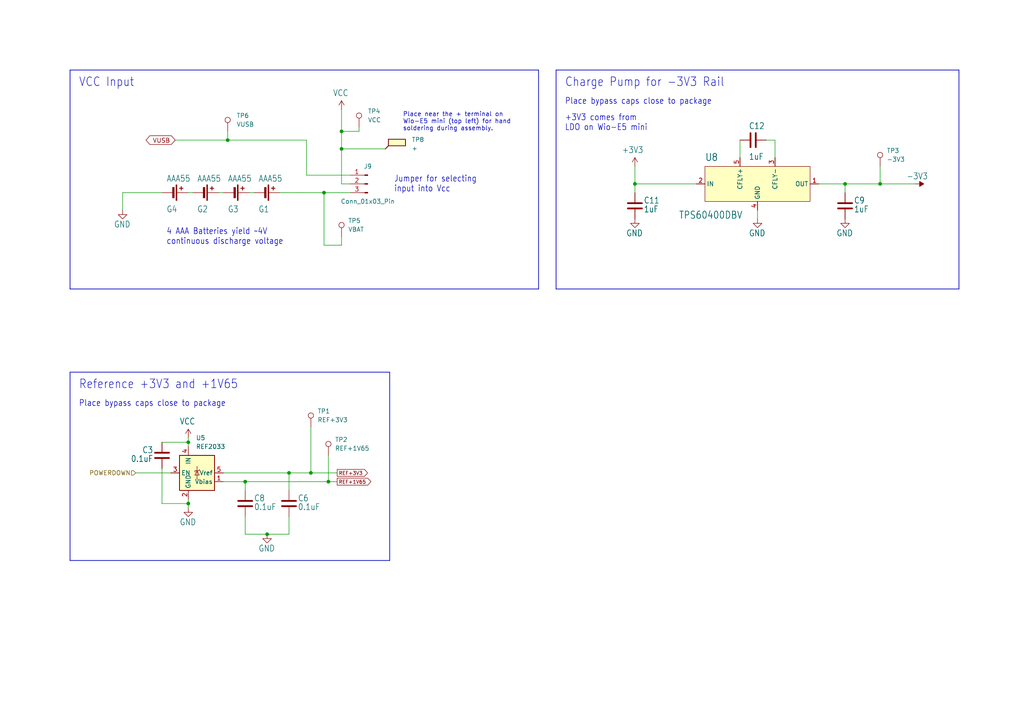
<source format=kicad_sch>
(kicad_sch (version 20230121) (generator eeschema)
  (paper "A4")
  (title_block (title "Soil Power Sensor") (date "2023-10-09") (rev "2.1.0") (company "jlab"))
  (lib_symbols
    (symbol "Connector:Conn_01x03_Pin" (pin_names (offset 1.016) hide)
      (property "Reference" "J" (at 0 5.08 0))
      (property "Value" "Conn_01x03_Pin" (at 0 -5.08 0))
      (symbol "Conn_01x03_Pin_1_1"
        (polyline (pts (xy 1.27 -2.54) (xy 0.8636 -2.54)) (stroke (width 0.1524)))
        (polyline (pts (xy 1.27 0) (xy 0.8636 0)) (stroke (width 0.1524)))
        (polyline (pts (xy 1.27 2.54) (xy 0.8636 2.54)) (stroke (width 0.1524)))
        (rectangle (start 0.8636 -2.413) (end 0 -2.667) (stroke (width 0.1524)) (fill (type outline)))
        (rectangle (start 0.8636 0.127) (end 0 -0.127) (stroke (width 0.1524)) (fill (type outline)))
        (rectangle (start 0.8636 2.667) (end 0 2.413) (stroke (width 0.1524)) (fill (type outline)))
        (pin passive line (at 5.08 2.54 180) (length 3.81) (name "Pin_1") (number "1"))
        (pin passive line (at 5.08 0 180) (length 3.81) (name "Pin_2") (number "2"))
        (pin passive line (at 5.08 -2.54 180) (length 3.81) (name "Pin_3") (number "3"))
      )
    )
    (symbol "Connector:TestPoint" (pin_numbers hide) (pin_names (offset 0.762) hide)
      (property "Reference" "TP" (at 0 6.858 0))
      (property "Value" "TestPoint" (at 0 5.08 0))
      (symbol "TestPoint_0_1"
        (circle (center 0 3.302) (radius 0.762))
      )
      (symbol "TestPoint_1_1"
        (pin passive line (at 0 0 90) (length 2.54) (name "1") (number "1"))
      )
    )
    (symbol "Connector:TestPoint_Flag" (pin_numbers hide) (pin_names (offset 0.762) hide)
      (property "Reference" "TP" (at 3.429 1.778 0))
      (property "Value" "TestPoint_Flag" (at 3.302 4.191 0))
      (symbol "TestPoint_Flag_0_1"
        (polyline (pts (xy 0 0) (xy 0.889 0.889)) (stroke (width 0.254)))
        (rectangle (start 0.889 2.794) (end 5.842 0.889) (stroke (width 0.254)) (fill (type background)))
      )
      (symbol "TestPoint_Flag_1_1"
        (pin passive line (at 0 0 90) (length 0) (name "1") (number "1"))
      )
    )
    (symbol "Device:Battery_Cell" (pin_numbers hide) (pin_names (offset 0) hide)
      (property "Reference" "BT" (at 2.54 2.54 0))
      (property "Value" "Battery_Cell" (at 2.54 0 0))
      (symbol "Battery_Cell_0_1"
        (rectangle (start -2.286 1.778) (end 2.286 1.524) (fill (type outline)))
        (rectangle (start -1.524 1.016) (end 1.524 0.508) (fill (type outline)))
        (polyline (pts (xy 0 0.762) (xy 0 0)))
        (polyline (pts (xy 0 1.778) (xy 0 2.54)))
        (polyline (pts (xy 0.762 3.048) (xy 1.778 3.048)) (stroke (width 0.254)))
        (polyline (pts (xy 1.27 3.556) (xy 1.27 2.54)) (stroke (width 0.254)))
      )
      (symbol "Battery_Cell_1_1"
        (pin passive line (at 0 5.08 270) (length 2.54) (name "+") (number "1"))
        (pin passive line (at 0 -2.54 90) (length 2.54) (name "-") (number "2"))
      )
    )
    (symbol "Device:C" (pin_numbers hide) (pin_names (offset 0.254))
      (property "Reference" "C" (at 0.635 2.54 0))
      (property "Value" "C" (at 0.635 -2.54 0))
      (symbol "C_0_1"
        (polyline (pts (xy -2.032 -0.762) (xy 2.032 -0.762)) (stroke (width 0.508)))
        (polyline (pts (xy -2.032 0.762) (xy 2.032 0.762)) (stroke (width 0.508)))
      )
      (symbol "C_1_1"
        (pin passive line (at 0 3.81 270) (length 2.794) (name "~") (number "1"))
        (pin passive line (at 0 -3.81 90) (length 2.794) (name "~") (number "2"))
      )
    )
    (symbol "Reference_Voltage:REF2033"
      (property "Reference" "U?" (at 5.08 7.62 0))
      (property "Value" "REF2033" (at -2.54 7.62 0))
      (symbol "REF2033_0_1"
        (rectangle (start -5.08 5.08) (end 5.08 -5.08) (stroke (width 0.254)) (fill (type background)))
        (polyline (pts (xy 0 1.905) (xy 0 -1.905)))
        (polyline (pts (xy -0.635 -0.635) (xy 0.635 -0.635) (xy 0 0.635) (xy -0.635 -0.635)))
        (polyline (pts (xy 0.635 1.016) (xy 0.635 0.635) (xy -0.635 0.635) (xy -0.635 0.254)))
      )
      (symbol "REF2033_1_1"
        (pin output line (at 7.62 -2.54 180) (length 2.54) (name "Vbias") (number "1"))
        (pin power_in line (at -2.54 -7.62 90) (length 2.54) (name "GND") (number "2"))
        (pin input line (at -7.62 0 0) (length 2.54) (name "EN") (number "3"))
        (pin power_in line (at -2.54 7.62 270) (length 2.54) (name "IN") (number "4"))
        (pin output line (at 7.62 0 180) (length 2.54) (name "Vref") (number "5"))
      )
    )
    (symbol "Soil Power Sensor-eagle-import:TPS60400DBV"
      (property "Reference" "U" (at -15.24 6.5786 0))
      (property "Value" "TPS60400DBV" (at -22.86 -10.16 0))
      (symbol "TPS60400DBV_1_0"
        (pin power_out line (at 17.78 0 180) (length 2.54) (name "OUT") (number "1"))
        (pin input line (at -17.78 0 0) (length 2.54) (name "IN") (number "2"))
        (pin passive line (at 5.08 7.62 270) (length 2.54) (name "CFLY-") (number "3"))
        (pin power_in line (at 0 -7.62 90) (length 2.54) (name "GND") (number "4"))
        (pin passive line (at -5.08 7.62 270) (length 2.54) (name "CFLY+") (number "5"))
      )
      (symbol "TPS60400DBV_1_1"
        (rectangle (start -15.24 5.08) (end 15.24 -5.08) (fill (type background)))
      )
    )
    (symbol "power:+3V3" (power) (pin_names (offset 0))
      (property "Value" "+3V3" (at 0 3.556 0))
      (symbol "+3V3_0_1"
        (polyline (pts (xy -0.762 1.27) (xy 0 2.54)))
        (polyline (pts (xy 0 0) (xy 0 2.54)))
        (polyline (pts (xy 0 2.54) (xy 0.762 1.27)))
      )
      (symbol "+3V3_1_1"
        (pin power_in line (at 0 0 90) (length 0) hide (name "+3V3") (number "1"))
      )
    )
    (symbol "power:-3V3" (power) (pin_names (offset 0))
      (property "Value" "-3V3" (at 0 3.81 0))
      (symbol "-3V3_0_0"
        (pin power_in line (at 0 0 90) (length 0) hide (name "-3V3") (number "1"))
      )
      (symbol "-3V3_0_1"
        (polyline (pts (xy 0 0) (xy 0 1.27) (xy 0.762 1.27) (xy 0 2.54) (xy -0.762 1.27) (xy 0 1.27)) (fill (type outline)))
      )
    )
    (symbol "power:GND" (power) (pin_names (offset 0))
      (property "Value" "GND" (at 0 -3.81 0))
      (symbol "GND_0_1"
        (polyline (pts (xy 0 0) (xy 0 -1.27) (xy 1.27 -1.27) (xy 0 -2.54) (xy -1.27 -1.27) (xy 0 -1.27)))
      )
      (symbol "GND_1_1"
        (pin power_in line (at 0 0 270) (length 0) hide (name "GND") (number "1"))
      )
    )
    (symbol "power:VCC" (power) (pin_names (offset 0))
      (property "Value" "VCC" (at 0 3.81 0))
      (symbol "VCC_0_1"
        (polyline (pts (xy -0.762 1.27) (xy 0 2.54)))
        (polyline (pts (xy 0 0) (xy 0 2.54)))
        (polyline (pts (xy 0 2.54) (xy 0.762 1.27)))
      )
      (symbol "VCC_1_1"
        (pin power_in line (at 0 0 90) (length 0) hide (name "VCC") (number "1"))
      )
    )
  )
  (junction (at 83.82 137.16))
  (junction (at 93.98 55.88))
  (junction (at 95.25 139.7))
  (junction (at 54.61 128.27))
  (junction (at 184.15 53.34))
  (junction (at 90.17 137.16))
  (junction (at 71.12 139.7))
  (junction (at 77.47 154.94))
  (junction (at 99.06 43.18))
  (junction (at 255.27 53.34))
  (junction (at 99.06 38.1))
  (junction (at 245.11 53.34))
  (junction (at 66.04 40.64))
  (junction (at 54.61 146.05))
  (wire (pts (xy 90.17 137.16) (xy 97.79 137.16)) (stroke (width 0.1524)))
  (wire (pts (xy 54.61 128.27) (xy 54.61 129.54)))
  (wire (pts (xy 54.61 127) (xy 54.61 128.27)))
  (wire (pts (xy 64.77 137.16) (xy 83.82 137.16)) (stroke (width 0.1524)))
  (wire (pts (xy 184.15 55.88) (xy 184.15 53.34)) (stroke (width 0.1524)))
  (wire (pts (xy 245.11 53.34) (xy 255.27 53.34)) (stroke (width 0.1524)))
  (wire (pts (xy 104.14 38.1) (xy 99.06 38.1)) (stroke (width 0.1524)))
  (wire (pts (xy 93.98 55.88) (xy 101.6 55.88)) (stroke (width 0.1524)))
  (wire (pts (xy 90.17 123.825) (xy 90.17 137.16)) (stroke (width 0.1524)))
  (polyline (pts (xy 20.32 162.56) (xy 113.03 162.56)) (stroke (width 0.2032) (type solid)))
  (wire (pts (xy 46.99 146.05) (xy 54.61 146.05)))
  (wire (pts (xy 99.06 31.75) (xy 99.06 38.1)) (stroke (width 0.1524)))
  (polyline (pts (xy 161.29 20.32) (xy 161.29 83.82)) (stroke (width 0.2032) (type solid)))
  (wire (pts (xy 184.15 53.34) (xy 201.93 53.34)) (stroke (width 0.1524)))
  (wire (pts (xy 35.56 60.96) (xy 35.56 55.88)) (stroke (width 0.1524)))
  (polyline (pts (xy 20.32 20.32) (xy 156.21 20.32)) (stroke (width 0.2032) (type solid)))
  (wire (pts (xy 54.61 146.05) (xy 54.61 144.78)))
  (wire (pts (xy 46.99 135.89) (xy 46.99 146.05)))
  (polyline (pts (xy 113.03 107.95) (xy 20.32 107.95)) (stroke (width 0.2032) (type solid)))
  (wire (pts (xy 83.82 137.16) (xy 90.17 137.16)) (stroke (width 0.1524)))
  (wire (pts (xy 99.06 43.18) (xy 111.76 43.18)))
  (wire (pts (xy 222.25 40.64) (xy 224.79 40.64)) (stroke (width 0.1524)))
  (wire (pts (xy 83.82 142.24) (xy 83.82 137.16)) (stroke (width 0.1524)))
  (wire (pts (xy 224.79 40.64) (xy 224.79 45.72)) (stroke (width 0.1524)))
  (wire (pts (xy 99.06 68.58) (xy 99.06 71.12)) (stroke (width 0.1524)))
  (wire (pts (xy 71.12 154.94) (xy 71.12 149.86)) (stroke (width 0.1524)))
  (wire (pts (xy 101.6 50.8) (xy 88.9 50.8)) (stroke (width 0.1524)))
  (wire (pts (xy 93.98 71.12) (xy 93.98 55.88)) (stroke (width 0.1524)))
  (wire (pts (xy 66.04 40.64) (xy 88.9 40.64)) (stroke (width 0.1524)))
  (wire (pts (xy 99.06 43.18) (xy 99.06 53.34)) (stroke (width 0.1524)))
  (wire (pts (xy 55.88 55.88) (xy 54.61 55.88)))
  (wire (pts (xy 71.12 139.7) (xy 95.25 139.7)) (stroke (width 0.1524)))
  (polyline (pts (xy 161.29 83.82) (xy 278.13 83.82)) (stroke (width 0.2032) (type solid)))
  (wire (pts (xy 46.99 128.27) (xy 54.61 128.27)))
  (wire (pts (xy 54.61 147.32) (xy 54.61 146.05)))
  (wire (pts (xy 50.8 40.64) (xy 66.04 40.64)) (stroke (width 0.1524)))
  (wire (pts (xy 64.77 139.7) (xy 71.12 139.7)) (stroke (width 0.1524)))
  (wire (pts (xy 83.82 154.94) (xy 83.82 149.86)) (stroke (width 0.1524)))
  (polyline (pts (xy 20.32 83.82) (xy 20.32 20.32)) (stroke (width 0.2032) (type solid)))
  (wire (pts (xy 71.12 139.7) (xy 71.12 142.24)) (stroke (width 0.1524)))
  (wire (pts (xy 95.25 139.7) (xy 97.79 139.7)) (stroke (width 0.1524)))
  (polyline (pts (xy 278.13 83.82) (xy 278.13 20.32)) (stroke (width 0.2032) (type solid)))
  (wire (pts (xy 104.14 36.83) (xy 104.14 38.1)) (stroke (width 0.1524)))
  (wire (pts (xy 214.63 40.64) (xy 214.63 45.72)) (stroke (width 0.1524)))
  (polyline (pts (xy 113.03 162.56) (xy 113.03 107.95)) (stroke (width 0.2032) (type solid)))
  (wire (pts (xy 66.04 38.1) (xy 66.04 40.64)) (stroke (width 0.1524)))
  (wire (pts (xy 39.37 137.16) (xy 49.53 137.16)))
  (wire (pts (xy 35.56 55.88) (xy 46.99 55.88)) (stroke (width 0.1524)))
  (wire (pts (xy 72.39 55.88) (xy 73.66 55.88)))
  (wire (pts (xy 99.06 71.12) (xy 93.98 71.12)) (stroke (width 0.1524)))
  (wire (pts (xy 95.25 132.08) (xy 95.25 139.7)) (stroke (width 0.1524)))
  (polyline (pts (xy 20.32 107.95) (xy 20.32 162.56)) (stroke (width 0.2032) (type solid)))
  (wire (pts (xy 255.27 48.26) (xy 255.27 53.34)) (stroke (width 0.1524)))
  (polyline (pts (xy 278.13 20.32) (xy 161.29 20.32)) (stroke (width 0.2032) (type solid)))
  (wire (pts (xy 88.9 40.64) (xy 88.9 50.8)) (stroke (width 0.1524)))
  (wire (pts (xy 81.28 55.88) (xy 86.36 55.88)))
  (wire (pts (xy 184.15 48.26) (xy 184.15 53.34)) (stroke (width 0.1524)))
  (wire (pts (xy 86.36 55.88) (xy 93.98 55.88)) (stroke (width 0.1524)))
  (wire (pts (xy 237.49 53.34) (xy 245.11 53.34)) (stroke (width 0.1524)))
  (wire (pts (xy 255.27 53.34) (xy 265.43 53.34)) (stroke (width 0.1524)))
  (polyline (pts (xy 156.21 20.32) (xy 156.21 83.82)) (stroke (width 0.2032) (type solid)))
  (wire (pts (xy 245.11 53.34) (xy 245.11 55.88)) (stroke (width 0.1524)))
  (wire (pts (xy 77.47 154.94) (xy 83.82 154.94)) (stroke (width 0.1524)))
  (wire (pts (xy 64.77 55.88) (xy 63.5 55.88)))
  (wire (pts (xy 99.06 38.1) (xy 99.06 43.18)) (stroke (width 0.1524)))
  (polyline (pts (xy 156.21 83.82) (xy 20.32 83.82)) (stroke (width 0.2032) (type solid)))
  (wire (pts (xy 219.71 60.96) (xy 219.71 63.5)) (stroke (width 0.1524)))
  (wire (pts (xy 71.12 154.94) (xy 77.47 154.94)) (stroke (width 0.1524)))
  (wire (pts (xy 99.06 53.34) (xy 101.6 53.34)) (stroke (width 0.1524)))
  (text "4 AAA Batteries yield ~4V\ncontinuous discharge voltage" (at 48.26 71.12 0) (effects (font (size 1.778 1.5113)) (justify left bottom)))
  (text "Jumper for selecting\ninput into Vcc" (at 114.3 55.88 0) (effects (font (size 1.778 1.5113)) (justify left bottom)))
  (text "Charge Pump for -3V3 Rail" (at 163.83 25.4 0) (effects (font (size 2.54 2.159)) (justify left bottom)))
  (text "Place near the + terminal on\nWio-E5 mini (top left) for hand\nsoldering during assembly." (at 116.84 38.1 0) (effects (font (size 1.27 1.27)) (justify left bottom)))
  (text "+3V3 comes from\nLDO on Wio-E5 mini" (at 163.83 38.1 0) (effects (font (size 1.778 1.5113)) (justify left bottom)))
  (text "Reference +3V3 and +1V65" (at 22.86 113.03 0) (effects (font (size 2.54 2.159)) (justify left bottom)))
  (text "VCC Input" (at 22.86 25.4 0) (effects (font (size 2.54 2.159)) (justify left bottom)))
  (text "Place bypass caps close to package" (at 163.83 30.48 0) (effects (font (size 1.778 1.5113)) (justify left bottom)))
  (text "Place bypass caps close to package" (at 22.86 118.11 0) (effects (font (size 1.778 1.5113)) (justify left bottom)))
  (global_label "VUSB" (shape bidirectional) (at 50.8 40.64 180) (property "Intersheetrefs" "${INTERSHEET_REFS}" (effects hide)))
  (global_label "REF+3V3" (shape output) (at 97.79 137.16 0) (effects (font (size 1.016 1.016))) (property "Intersheetrefs" "${INTERSHEET_REFS}" (effects hide)))
  (global_label "REF+1V65" (shape output) (at 97.79 139.7 0) (effects (font (size 1.016 1.016))) (property "Intersheetrefs" "${INTERSHEET_REFS}" (effects hide)))
  (hierarchical_label "POWERDOWN" (shape input) (at 39.37 137.16 180))
  (symbol (lib_id "Device:C") (at 184.15 59.69 0) (unit 1)
    (property "Reference" "C11" (at 186.69 57.15 0) (effects (font (size 1.778 1.5113)) (justify left top)))
    (property "Value" "1uF" (at 186.69 59.69 0) (effects (font (size 1.778 1.5113)) (justify left top)))
    (property "Footprint" "Capacitor_SMD:C_0603_1608Metric" (effects hide))
    (property "MPN" "CC0603KRX5R7BB105" (effects hide))
  )
  (symbol (lib_id "Reference_Voltage:REF2033") (at 57.15 137.16 0) (unit 1)
    (property "Reference" "U5" (at 56.8041 127 0) (effects (justify left)))
    (property "Value" "REF2033" (at 56.8041 129.54 0) (effects (justify left)))
    (property "Footprint" "Package_TO_SOT_SMD:SOT-23-5" (effects hide))
    (property "Datasheet" "https://www.ti.com/lit/ds/symlink/ref2033.pdf" (effects hide))
    (property "MPN" "REF2033QDDCRQ1" (effects hide))
  )
  (symbol (lib_id "Soil Power Sensor-eagle-import:TPS60400DBV") (at 219.71 53.34 0) (unit 1)
    (property "Reference" "U8" (at 204.47 46.7614 0) (effects (font (size 2.0828 1.7703)) (justify left bottom)))
    (property "Value" "TPS60400DBV" (at 196.85 63.5 0) (effects (font (size 2.0828 1.7703)) (justify left bottom)))
    (property "Footprint" "Package_TO_SOT_SMD:SOT-23-5" (effects hide))
    (property "Datasheet" "https://www.ti.com/lit/ds/symlink/tps60400.pdf" (effects hide))
    (property "Author" "John Madden <jmadden173@pm.me>" (effects hide))
    (property "Date Created" "2023-10-03" (effects hide))
    (property "Date Modified" "2023-10-03" (effects hide))
    (property "MPN" "TPS60400DBVR" (effects hide))
  )
  (symbol (lib_id "Connector:Conn_01x03_Pin") (at 106.68 53.34 0) (mirror y) (unit 1)
    (property "Reference" "J9" (at 106.68 48.26 0))
    (property "Value" "Conn_01x03_Pin" (at 106.68 58.42 0))
    (property "Footprint" "Connector_PinHeader_2.54mm:PinHeader_1x03_P2.54mm_Vertical" (effects hide))
  )
  (symbol (lib_id "power:GND") (at 54.61 147.32 0) (unit 1)
    (property "Reference" "#GND012" (effects hide))
    (property "Value" "GND" (at 52.07 152.4 0) (effects (font (size 1.778 1.5113)) (justify left bottom)))
  )
  (symbol (lib_id "power:VCC") (at 54.61 127 0) (unit 1)
    (property "Reference" "#P+01" (effects hide))
    (property "Value" "VCC" (at 52.07 123.19 0) (effects (font (size 1.778 1.5113)) (justify left bottom)))
  )
  (symbol (lib_id "Device:C") (at 46.99 132.08 180) (unit 1)
    (property "Reference" "C3" (at 44.45 129.54 0) (effects (font (size 1.778 1.5113)) (justify left bottom)))
    (property "Value" "0.1uF" (at 44.45 132.08 0) (effects (font (size 1.778 1.5113)) (justify left bottom)))
    (property "Footprint" "Capacitor_SMD:C_0603_1608Metric" (effects hide))
    (property "MPN" "CC0603KPX7R7BB104" (effects hide))
  )
  (symbol (lib_id "power:GND") (at 35.56 60.96 0) (unit 1)
    (property "Reference" "#GND011" (effects hide))
    (property "Value" "GND" (at 33.02 66.04 0) (effects (font (size 1.778 1.5113)) (justify left bottom)))
  )
  (symbol (lib_id "Device:Battery_Cell") (at 49.53 55.88 270) (mirror x) (unit 1)
    (property "Reference" "G4" (at 48.26 59.69 90) (effects (font (size 1.778 1.5113)) (justify left bottom)))
    (property "Value" "AAA55" (at 48.26 50.8 90) (effects (font (size 1.778 1.5113)) (justify left bottom)))
    (property "Footprint" "Soil Power Sensor:AAA55" (effects hide))
    (property "MPN" "55" (effects hide))
  )
  (symbol (lib_id "Device:Battery_Cell") (at 58.42 55.88 270) (mirror x) (unit 1)
    (property "Reference" "G2" (at 57.15 59.69 90) (effects (font (size 1.778 1.5113)) (justify left bottom)))
    (property "Value" "AAA55" (at 57.15 50.8 90) (effects (font (size 1.778 1.5113)) (justify left bottom)))
    (property "Footprint" "Soil Power Sensor:AAA55" (effects hide))
    (property "MPN" "55" (effects hide))
  )
  (symbol (lib_id "Connector:TestPoint") (at 104.14 36.83 0) (unit 1)
    (property "Reference" "TP4" (at 106.68 32.258 0) (effects (justify left)))
    (property "Value" "VCC" (at 106.68 34.798 0) (effects (justify left)))
    (property "Footprint" "TestPoint:TestPoint_Pad_D1.5mm" (effects hide))
  )
  (symbol (lib_id "power:GND") (at 184.15 63.5 0) (unit 1)
    (property "Reference" "#GND014" (effects hide))
    (property "Value" "GND" (at 181.61 68.58 0) (effects (font (size 1.778 1.5113)) (justify left bottom)))
  )
  (symbol (lib_id "Device:C") (at 71.12 146.05 0) (unit 1)
    (property "Reference" "C8" (at 73.66 143.51 0) (effects (font (size 1.778 1.5113)) (justify left top)))
    (property "Value" "0.1uF" (at 73.66 146.05 0) (effects (font (size 1.778 1.5113)) (justify left top)))
    (property "Footprint" "Capacitor_SMD:C_0603_1608Metric" (effects hide))
    (property "MPN" "CC0603KPX7R7BB104" (effects hide))
  )
  (symbol (lib_id "Connector:TestPoint") (at 66.04 38.1 0) (unit 1)
    (property "Reference" "TP6" (at 68.58 33.528 0) (effects (justify left)))
    (property "Value" "VUSB" (at 68.58 36.068 0) (effects (justify left)))
    (property "Footprint" "TestPoint:TestPoint_Pad_D1.5mm" (effects hide))
  )
  (symbol (lib_id "power:GND") (at 77.47 154.94 0) (unit 1)
    (property "Reference" "#GND013" (effects hide))
    (property "Value" "GND" (at 74.93 160.02 0) (effects (font (size 1.778 1.5113)) (justify left bottom)))
  )
  (symbol (lib_id "Connector:TestPoint") (at 95.25 132.08 0) (unit 1)
    (property "Reference" "TP2" (at 97.155 127.508 0) (effects (justify left)))
    (property "Value" "REF+1V65" (at 97.155 130.048 0) (effects (justify left)))
    (property "Footprint" "TestPoint:TestPoint_Pad_D1.5mm" (effects hide))
  )
  (symbol (lib_id "Device:C") (at 83.82 146.05 0) (unit 1)
    (property "Reference" "C6" (at 86.36 143.51 0) (effects (font (size 1.778 1.5113)) (justify left top)))
    (property "Value" "0.1uF" (at 86.36 146.05 0) (effects (font (size 1.778 1.5113)) (justify left top)))
    (property "Footprint" "Capacitor_SMD:C_0603_1608Metric" (effects hide))
    (property "MPN" "CC0603KPX7R7BB104" (effects hide))
  )
  (symbol (lib_id "power:+3V3") (at 184.15 48.26 0) (unit 1)
    (property "Reference" "#+3V04" (effects hide))
    (property "Value" "+3V3" (at 180.34 44.45 0) (effects (font (size 1.778 1.5113)) (justify left bottom)))
  )
  (symbol (lib_id "power:GND") (at 219.71 63.5 0) (unit 1)
    (property "Reference" "#GND015" (effects hide))
    (property "Value" "GND" (at 217.17 68.58 0) (effects (font (size 1.778 1.5113)) (justify left bottom)))
  )
  (symbol (lib_id "power:GND") (at 245.11 63.5 0) (unit 1)
    (property "Reference" "#GND016" (effects hide))
    (property "Value" "GND" (at 242.57 68.58 0) (effects (font (size 1.778 1.5113)) (justify left bottom)))
  )
  (symbol (lib_id "Device:C") (at 218.44 40.64 90) (unit 1)
    (property "Reference" "C12" (at 217.17 35.56 90) (effects (font (size 1.778 1.5113)) (justify right bottom)))
    (property "Value" "1uF" (at 217.17 44.45 90) (effects (font (size 1.778 1.5113)) (justify right bottom)))
    (property "Footprint" "Capacitor_SMD:C_0603_1608Metric" (effects hide))
    (property "MPN" "CC0603KRX5R7BB105" (effects hide))
  )
  (symbol (lib_id "Connector:TestPoint") (at 255.27 48.26 0) (unit 1)
    (property "Reference" "TP3" (at 257.175 43.688 0) (effects (justify left)))
    (property "Value" "-3V3" (at 257.175 46.228 0) (effects (justify left)))
    (property "Footprint" "TestPoint:TestPoint_Pad_D1.5mm" (effects hide))
  )
  (symbol (lib_id "Connector:TestPoint") (at 90.17 123.825 0) (unit 1)
    (property "Reference" "TP1" (at 92.075 119.253 0) (effects (justify left)))
    (property "Value" "REF+3V3" (at 92.075 121.793 0) (effects (justify left)))
    (property "Footprint" "TestPoint:TestPoint_Pad_D1.5mm" (effects hide))
  )
  (symbol (lib_id "Device:C") (at 245.11 59.69 0) (unit 1)
    (property "Reference" "C9" (at 247.65 57.15 0) (effects (font (size 1.778 1.5113)) (justify left top)))
    (property "Value" "1uF" (at 247.65 59.69 0) (effects (font (size 1.778 1.5113)) (justify left top)))
    (property "Footprint" "Capacitor_SMD:C_0603_1608Metric" (effects hide))
    (property "MPN" "CC0603KRX5R7BB105" (effects hide))
  )
  (symbol (lib_id "Device:Battery_Cell") (at 67.31 55.88 270) (mirror x) (unit 1)
    (property "Reference" "G3" (at 66.04 59.69 90) (effects (font (size 1.778 1.5113)) (justify left bottom)))
    (property "Value" "AAA55" (at 66.04 50.8 90) (effects (font (size 1.778 1.5113)) (justify left bottom)))
    (property "Footprint" "Soil Power Sensor:AAA55" (effects hide))
    (property "MPN" "55" (effects hide))
  )
  (symbol (lib_id "Connector:TestPoint_Flag") (at 111.76 43.18 0) (unit 1)
    (property "Reference" "TP8" (at 119.38 40.513 0) (effects (justify left)))
    (property "Value" "+" (at 119.38 43.053 0) (effects (justify left)))
  )
  (symbol (lib_id "power:-3V3") (at 265.43 53.34 270) (unit 1)
    (property "Reference" "#-3V01" (effects hide))
    (property "Value" "-3V3" (at 262.89 52.07 90) (effects (font (size 1.778 1.5113)) (justify left bottom)))
  )
  (symbol (lib_id "Device:Battery_Cell") (at 76.2 55.88 270) (mirror x) (unit 1)
    (property "Reference" "G1" (at 74.93 59.69 90) (effects (font (size 1.778 1.5113)) (justify left bottom)))
    (property "Value" "AAA55" (at 74.93 50.8 90) (effects (font (size 1.778 1.5113)) (justify left bottom)))
    (property "Footprint" "Soil Power Sensor:AAA55" (effects hide))
    (property "MPN" "55" (effects hide))
  )
  (symbol (lib_id "Connector:TestPoint") (at 99.06 68.58 0) (unit 1)
    (property "Reference" "TP5" (at 100.965 64.008 0) (effects (justify left)))
    (property "Value" "VBAT" (at 100.965 66.548 0) (effects (justify left)))
    (property "Footprint" "TestPoint:TestPoint_Pad_D1.5mm" (effects hide))
  )
  (symbol (lib_id "power:VCC") (at 99.06 31.75 0) (unit 1)
    (property "Reference" "#P+02" (effects hide))
    (property "Value" "VCC" (at 96.52 27.94 0) (effects (font (size 1.778 1.5113)) (justify left bottom)))
  )
)
</source>
